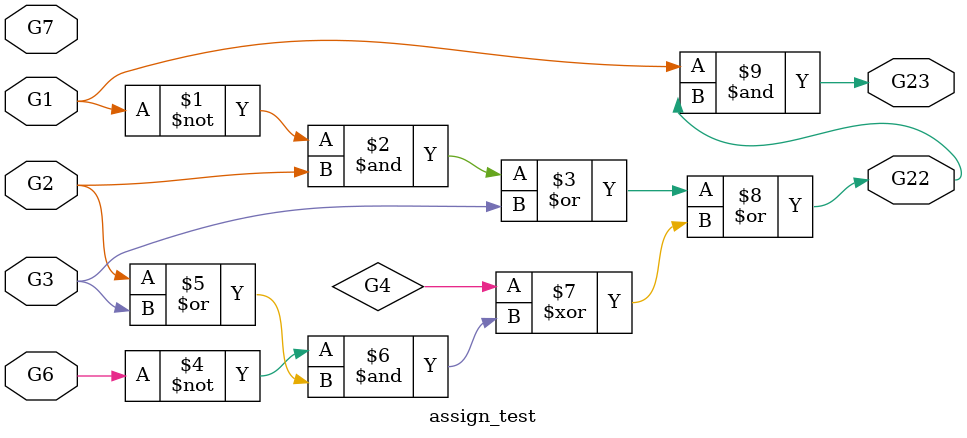
<source format=v>


module assign_test (
    G1, G2, G3, G6, G7,
    G22, G23  );
  input  G1, G2, G3, G6, G7;
  output G22, G23;
  assign G22 = (~G1 & G2) | G3 | (G4 ^ ~G6 & (G2 | G3));
  assign G23 = G1 & G22;
endmodule


  // assign G23 = G1 ^ G2 ^ (G4 & G3 & ~G6);

</source>
